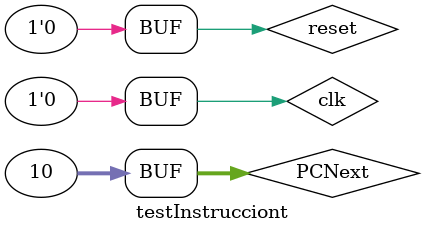
<source format=sv>
module testInstrucciont();

    logic clk, reset;
    logic [31:0] PCNext, PC, dataOut;

	 
	 pcCounter pcCount(clk, reset, PCNext, PC);
	 InstructionMemory InstructionM(PC, dataOut);

    initial begin 
        #1;
        reset = 0;
        #1;
        reset = 1;
        #1;
        reset = 0;
        #1;
		  
		  PCNext = 32'd10;

    end
	 
	always
	begin
		clk <= 1; # 5; clk <= 0; # 5;
	end


endmodule
</source>
